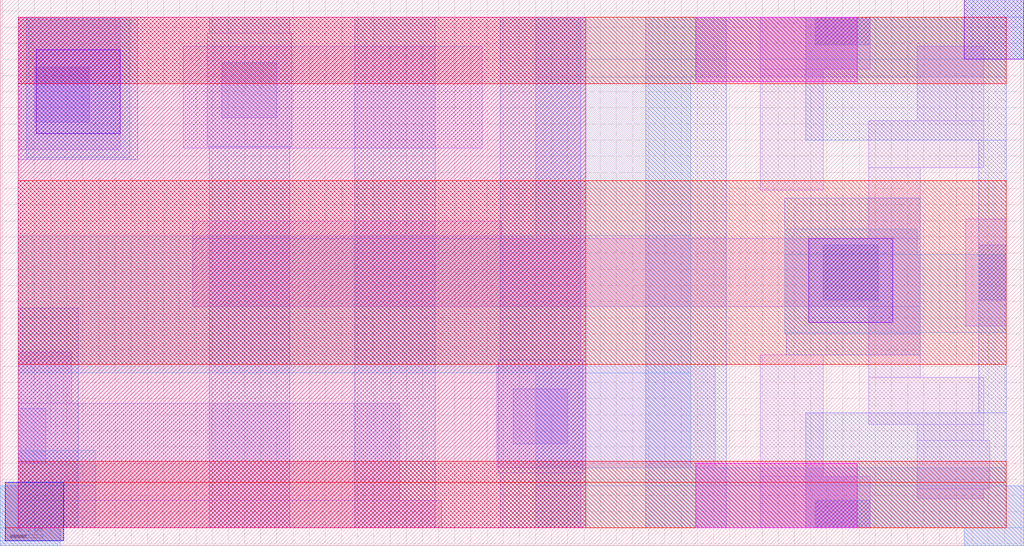
<source format=lef>
# Copyright 2020 The SkyWater PDK Authors
#
# Licensed under the Apache License, Version 2.0 (the "License");
# you may not use this file except in compliance with the License.
# You may obtain a copy of the License at
#
#     https://www.apache.org/licenses/LICENSE-2.0
#
# Unless required by applicable law or agreed to in writing, software
# distributed under the License is distributed on an "AS IS" BASIS,
# WITHOUT WARRANTIES OR CONDITIONS OF ANY KIND, either express or implied.
# See the License for the specific language governing permissions and
# limitations under the License.
#
# SPDX-License-Identifier: Apache-2.0

VERSION 5.7 ;
  NOWIREEXTENSIONATPIN ON ;
  DIVIDERCHAR "/" ;
  BUSBITCHARS "[]" ;
MACRO sky130_fd_bd_sram__sram_dp_swldrv_opt4b
  CLASS BLOCK ;
  FOREIGN sky130_fd_bd_sram__sram_dp_swldrv_opt4b ;
  ORIGIN  0.055000  0.055000 ;
  SIZE  3.165000 BY  1.690000 ;
  OBS
    LAYER li1 ;
      RECT 0.000000 0.000000 1.310000 0.085000 ;
      RECT 0.000000 0.085000 1.180000 0.385000 ;
      RECT 0.000000 0.385000 0.165000 0.545000 ;
      RECT 0.000000 1.170000 0.315000 1.580000 ;
      RECT 0.510000 1.175000 1.435000 1.490000 ;
      RECT 0.540000 0.685000 2.790000 0.895000 ;
      RECT 0.540000 0.895000 1.495000 0.950000 ;
      RECT 1.480000 0.185000 2.155000 0.505000 ;
      RECT 2.295000 0.000000 2.635000 0.160000 ;
      RECT 2.295000 0.160000 2.490000 0.535000 ;
      RECT 2.295000 1.045000 2.490000 1.420000 ;
      RECT 2.295000 1.420000 2.635000 1.580000 ;
      RECT 2.630000 0.320000 2.985000 0.465000 ;
      RECT 2.630000 0.465000 2.790000 0.685000 ;
      RECT 2.630000 0.895000 2.790000 1.115000 ;
      RECT 2.630000 1.115000 2.985000 1.260000 ;
      RECT 2.780000 0.090000 2.985000 0.120000 ;
      RECT 2.780000 0.120000 3.005000 0.270000 ;
      RECT 2.780000 0.270000 2.985000 0.320000 ;
      RECT 2.780000 1.260000 2.985000 1.490000 ;
      RECT 2.930000 0.625000 3.055000 0.955000 ;
    LAYER mcon ;
      RECT 0.000000 0.200000 0.085000 0.370000 ;
      RECT 0.050000 1.255000 0.220000 1.425000 ;
      RECT 0.630000 1.270000 0.800000 1.440000 ;
      RECT 1.530000 0.260000 1.700000 0.430000 ;
      RECT 2.465000 0.000000 2.635000 0.085000 ;
      RECT 2.465000 1.495000 2.635000 1.580000 ;
      RECT 2.490000 0.705000 2.660000 0.875000 ;
      RECT 2.970000 0.705000 3.055000 0.875000 ;
    LAYER met1 ;
      RECT -0.055000 -0.055000 0.130000 0.000000 ;
      RECT -0.055000  0.000000 0.185000 0.130000 ;
      RECT  0.000000  0.130000 0.185000 0.680000 ;
      RECT  0.000000  1.140000 0.370000 1.580000 ;
      RECT  0.585000  1.180000 0.845000 1.530000 ;
      RECT  0.590000  0.000000 0.840000 1.180000 ;
      RECT  0.590000  1.530000 0.840000 1.580000 ;
      RECT  1.040000  0.000000 1.290000 1.580000 ;
      RECT  1.485000  0.170000 1.745000 0.520000 ;
      RECT  1.490000  0.000000 1.740000 0.170000 ;
      RECT  1.490000  0.520000 1.740000 1.580000 ;
      RECT  1.940000  0.000000 2.190000 1.580000 ;
      RECT  2.370000  0.600000 2.790000 1.020000 ;
      RECT  2.375000  0.535000 2.790000 0.600000 ;
      RECT  2.435000  0.000000 3.110000 0.130000 ;
      RECT  2.435000  0.130000 3.055000 0.355000 ;
      RECT  2.435000  1.200000 3.055000 1.450000 ;
      RECT  2.435000  1.450000 3.110000 1.580000 ;
      RECT  2.925000 -0.055000 3.110000 0.000000 ;
      RECT  2.925000  1.580000 3.110000 1.635000 ;
      RECT  2.970000  0.355000 3.055000 1.200000 ;
    LAYER met2 ;
      RECT -0.055000 -0.055000 0.130000 -0.040000 ;
      RECT -0.055000 -0.040000 0.140000  0.000000 ;
      RECT -0.055000  0.000000 0.240000  0.130000 ;
      RECT -0.040000  0.130000 0.240000  0.140000 ;
      RECT  0.000000  0.140000 0.240000  0.240000 ;
      RECT  0.000000  0.480000 2.080000  0.905000 ;
      RECT  0.025000  1.145000 0.345000  1.580000 ;
      RECT  1.600000  0.000000 3.110000  0.130000 ;
      RECT  1.600000  0.130000 3.055000  0.185000 ;
      RECT  1.600000  0.185000 2.080000  0.480000 ;
      RECT  1.600000  0.905000 2.080000  1.395000 ;
      RECT  1.600000  1.395000 3.055000  1.450000 ;
      RECT  1.600000  1.450000 3.110000  1.580000 ;
      RECT  2.370000  0.605000 3.055000  0.845000 ;
      RECT  2.370000  0.845000 2.780000  0.925000 ;
      RECT  2.925000 -0.055000 3.110000  0.000000 ;
      RECT  2.925000  1.580000 3.110000  1.635000 ;
    LAYER met3 ;
      RECT -0.040000 -0.040000 0.140000 0.000000 ;
      RECT -0.040000  0.000000 3.055000 0.140000 ;
      RECT  0.000000  0.140000 3.055000 0.205000 ;
      RECT  0.000000  0.505000 3.055000 1.075000 ;
      RECT  0.000000  1.375000 3.055000 1.580000 ;
    LAYER nwell ;
      RECT 0.000000 0.000000 1.755000 1.580000 ;
    LAYER pwell ;
      RECT 2.095000 0.000000 2.595000 0.200000 ;
      RECT 2.095000 1.380000 2.595000 1.580000 ;
    LAYER via ;
      RECT 0.055000 1.220000 0.315000 1.480000 ;
      RECT 2.445000 0.635000 2.705000 0.895000 ;
      RECT 2.925000 1.450000 3.110000 1.635000 ;
    LAYER via2 ;
      RECT -0.040000 -0.040000 0.140000 0.140000 ;
  END
END sky130_fd_bd_sram__sram_dp_swldrv_opt4b
END LIBRARY

</source>
